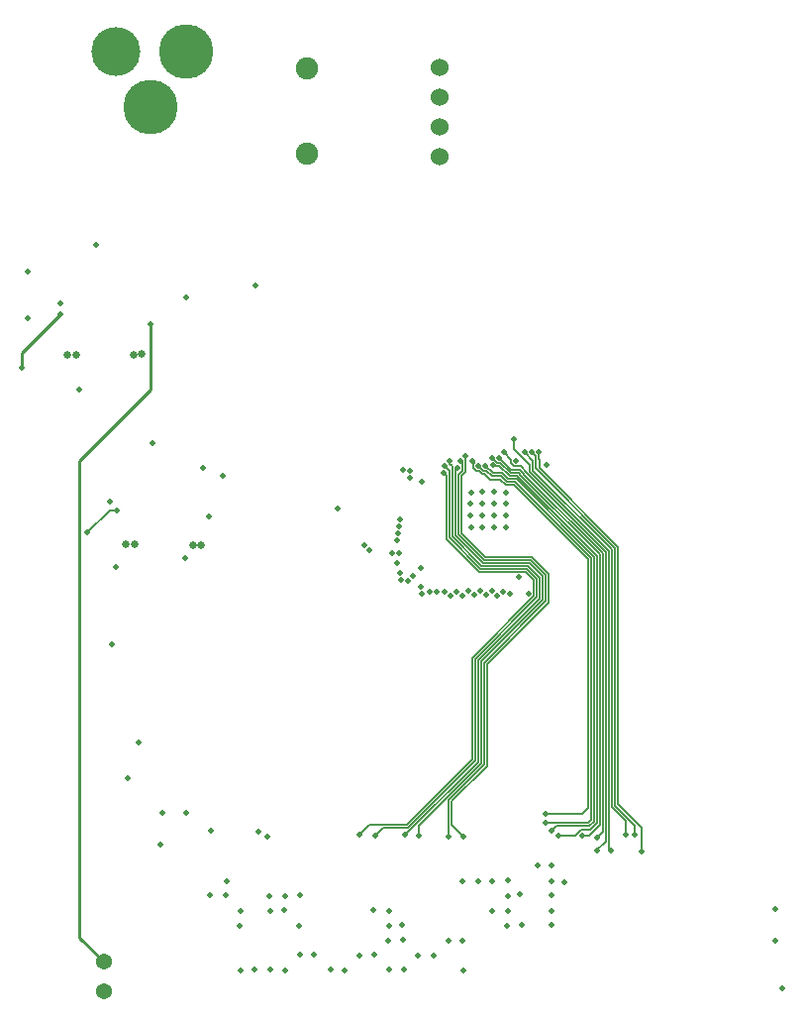
<source format=gbr>
G04 EAGLE Gerber RS-274X export*
G75*
%MOMM*%
%FSLAX34Y34*%
%LPD*%
%INCopper Layer 15*%
%IPPOS*%
%AMOC8*
5,1,8,0,0,1.08239X$1,22.5*%
G01*
%ADD10C,1.524000*%
%ADD11C,1.371600*%
%ADD12C,4.656100*%
%ADD13C,4.178300*%
%ADD14C,1.905000*%
%ADD15C,0.503200*%
%ADD16C,0.152400*%
%ADD17C,0.254000*%
%ADD18C,0.675000*%


D10*
X367400Y740500D03*
X367400Y765900D03*
X367400Y791300D03*
X367400Y816700D03*
D11*
X80000Y27300D03*
X80000Y52700D03*
D12*
X150000Y830000D03*
D13*
X90000Y830000D03*
D12*
X120000Y783000D03*
D14*
X253500Y815500D03*
X253900Y743200D03*
D15*
X121300Y495900D03*
X164900Y474900D03*
X181200Y467700D03*
X149100Y397800D03*
X73600Y664800D03*
X209950Y630050D03*
X149950Y619950D03*
X128300Y152800D03*
X171300Y165100D03*
X211900Y164100D03*
X458100Y477500D03*
X432500Y480300D03*
X351600Y462500D03*
X443200Y367300D03*
X393700Y453800D03*
X403800Y453900D03*
X413800Y453900D03*
X424000Y453700D03*
X393600Y443700D03*
X403600Y443700D03*
X413600Y443800D03*
X423600Y443700D03*
X393500Y433800D03*
X403600Y433700D03*
X413800Y433700D03*
X423600Y433600D03*
X393700Y423700D03*
X403700Y423700D03*
X413600Y423600D03*
X423600Y423600D03*
X15000Y642600D03*
X110000Y240000D03*
X100000Y210000D03*
X660000Y30000D03*
X434693Y381606D03*
X387100Y45300D03*
X406613Y365887D03*
X336400Y46000D03*
X401863Y369690D03*
X323700Y45800D03*
X352200Y366818D03*
X285500Y45600D03*
X350734Y372866D03*
X273500Y45900D03*
X330264Y412436D03*
X234600Y45600D03*
X331312Y418484D03*
X222150Y45850D03*
X416290Y365564D03*
X361900Y57900D03*
X411613Y369440D03*
X348800Y58400D03*
X364848Y368406D03*
X310900Y58700D03*
X358800Y368500D03*
X298200Y58100D03*
X332372Y401728D03*
X259900Y59200D03*
X326324Y401753D03*
X247400Y58600D03*
X332360Y424532D03*
X209000Y46600D03*
X333408Y430580D03*
X196550Y45250D03*
X473600Y120400D03*
X463000Y121900D03*
X435900Y110600D03*
X425200Y109200D03*
X399700Y121700D03*
X386400Y121800D03*
X350650Y389350D03*
X247600Y109400D03*
X344399Y382268D03*
X235050Y109250D03*
X341400Y472182D03*
X185000Y121800D03*
X386209Y365564D03*
X334600Y84300D03*
X381249Y369158D03*
X323600Y83800D03*
X462800Y134900D03*
X451200Y135100D03*
X425300Y122200D03*
X412150Y121650D03*
X462600Y96300D03*
X462900Y109300D03*
X425300Y95800D03*
X412100Y96200D03*
X462900Y84100D03*
X437650Y84150D03*
X424700Y83300D03*
X446052Y488268D03*
D16*
X447806Y486514D01*
X447806Y486489D01*
X449500Y484795D01*
X449500Y474600D01*
X449618Y474482D01*
X449618Y473390D01*
X533900Y169108D02*
X533900Y161100D01*
D15*
X533900Y161100D03*
D16*
X516860Y406148D02*
X449618Y473390D01*
X516860Y406148D02*
X516860Y186148D01*
X533900Y169108D01*
D15*
X439800Y488100D03*
D16*
X446960Y480940D01*
D15*
X526600Y161000D03*
D16*
X446960Y472240D02*
X446960Y480940D01*
X446960Y472240D02*
X514320Y404880D01*
X514320Y185096D01*
X526600Y172816D01*
X526600Y161000D01*
D15*
X417999Y483399D03*
D16*
X428099Y473300D01*
X435208Y473300D01*
X439340Y469168D02*
X439340Y469084D01*
X506700Y163700D02*
X501600Y158600D01*
X501400Y158800D01*
D15*
X501400Y158800D03*
D16*
X439340Y469168D02*
X435208Y473300D01*
X439340Y469084D02*
X506700Y401724D01*
X506700Y163700D01*
D15*
X411951Y483375D03*
D16*
X415326Y480000D01*
X415326Y480000D01*
X416221Y479105D01*
X418701Y479105D01*
X427807Y470000D02*
X434916Y470000D01*
X436800Y468116D01*
X436800Y468032D01*
D15*
X488900Y160500D03*
D16*
X427807Y470000D02*
X418701Y479105D01*
X436800Y468032D02*
X504160Y400672D01*
X504160Y169960D01*
X494700Y160500D01*
X488900Y160500D01*
D15*
X412327Y476927D03*
D16*
X414807Y476927D01*
X415169Y476565D01*
X417649Y476565D02*
X426755Y467460D01*
X417649Y476565D02*
X415169Y476565D01*
X433864Y467460D02*
X434260Y467064D01*
X434260Y466979D01*
X487700Y165900D02*
X482700Y160900D01*
X468400Y160900D01*
D15*
X468400Y160900D03*
D16*
X433864Y467460D02*
X426755Y467460D01*
X434260Y466979D02*
X501620Y399619D01*
X501620Y171620D01*
X495900Y165900D01*
X487700Y165900D01*
D15*
X406200Y476700D03*
D16*
X412900Y470000D01*
X420622Y470000D01*
X425702Y464920D01*
X499080Y398567D02*
X499080Y172672D01*
X466800Y168800D02*
X463100Y165100D01*
D15*
X463100Y165100D03*
D16*
X432727Y464920D02*
X425702Y464920D01*
X432727Y464920D02*
X499080Y398567D01*
X499080Y172672D02*
X495208Y168800D01*
X466800Y168800D01*
D15*
X400152Y476675D03*
D16*
X401906Y476675D01*
X401906Y474921D01*
X404421Y472406D01*
X406902Y472406D01*
X411848Y467460D01*
X419570Y467460D01*
X424650Y462380D01*
X431675Y462380D01*
X496540Y173724D02*
X494156Y171340D01*
X458160Y171340D01*
X457800Y171700D01*
D15*
X457800Y171700D03*
D16*
X496540Y397515D02*
X431675Y462380D01*
X496540Y397515D02*
X496540Y173724D01*
D15*
X394806Y480500D03*
D16*
X396355Y478951D01*
X395858Y478454D01*
X395858Y474897D01*
X398373Y472381D01*
X400854Y472381D01*
X403369Y469866D01*
X405440Y469866D01*
X410506Y464800D01*
X418638Y464800D01*
X423598Y459840D02*
X430623Y459840D01*
X423598Y459840D02*
X418638Y464800D01*
X430623Y459840D02*
X494000Y396463D01*
X489100Y179100D02*
X457500Y179100D01*
X457500Y179200D01*
D15*
X457500Y179200D03*
D16*
X494000Y184000D02*
X494000Y396463D01*
X494000Y184000D02*
X489100Y179100D01*
D15*
X389300Y484900D03*
D16*
X385706Y419094D02*
X406100Y398700D01*
X389300Y471300D02*
X389300Y484900D01*
X389300Y471300D02*
X385706Y467706D01*
X385706Y419094D01*
X406100Y398700D02*
X445871Y398700D01*
X460360Y384211D01*
X407400Y220100D02*
X377150Y189850D01*
X377150Y170150D01*
X387550Y159750D01*
D15*
X387550Y159750D03*
D16*
X460360Y359760D02*
X460360Y384211D01*
X460360Y359760D02*
X407400Y306800D01*
X407400Y220100D01*
D15*
X384912Y480735D03*
D16*
X386612Y479035D01*
X386612Y472235D01*
X382866Y468489D01*
X382866Y418242D01*
X404948Y396160D01*
X444819Y396160D02*
X457820Y383159D01*
X444819Y396160D02*
X404948Y396160D01*
X374500Y191000D02*
X374500Y159800D01*
D15*
X374500Y159800D03*
D16*
X457820Y361220D02*
X457820Y383159D01*
X457820Y361220D02*
X404700Y308100D01*
X404700Y221200D01*
X374500Y191000D01*
D15*
X452100Y488268D03*
D16*
X452100Y482068D02*
X452158Y482010D01*
X452100Y482068D02*
X452100Y488268D01*
X452158Y482010D02*
X452158Y474442D01*
X519400Y407200D02*
X519400Y187200D01*
X539400Y167200D02*
X539400Y147200D01*
X539400Y167200D02*
X519400Y187200D01*
X519400Y407200D02*
X452158Y474442D01*
D15*
X539400Y147200D03*
X430200Y498900D03*
D16*
X430200Y491000D01*
X511780Y149120D02*
X513300Y147600D01*
X513800Y147600D01*
D15*
X513800Y147600D03*
D16*
X444420Y476780D02*
X430200Y491000D01*
X444420Y476780D02*
X444420Y471188D01*
X511780Y403828D01*
X511780Y149120D01*
D15*
X421684Y488268D03*
D16*
X428206Y481746D01*
X428206Y478521D01*
X430721Y476006D01*
X436094Y476006D02*
X441880Y470220D01*
X441880Y470136D01*
X509240Y155640D02*
X501200Y147600D01*
X501250Y147550D01*
D15*
X501250Y147550D03*
D16*
X436094Y476006D02*
X430721Y476006D01*
X441880Y470136D02*
X509240Y402776D01*
X509240Y155640D01*
D15*
X382297Y474497D03*
D16*
X380326Y417190D02*
X403996Y393520D01*
X443767Y393520D02*
X455180Y382107D01*
X380326Y472526D02*
X382297Y474497D01*
X380326Y472526D02*
X380326Y417190D01*
X403996Y393520D02*
X443767Y393520D01*
D15*
X349000Y160100D03*
D16*
X455180Y362172D02*
X455180Y382107D01*
X455180Y362172D02*
X402160Y309152D01*
X402160Y222360D01*
X349000Y169200D01*
X349000Y160100D01*
D15*
X375706Y480900D03*
D16*
X375706Y478394D01*
X377786Y476314D01*
X377786Y416138D02*
X402944Y390980D01*
X442615Y390980D02*
X452640Y380955D01*
X377786Y416138D02*
X377786Y476314D01*
X402944Y390980D02*
X442615Y390980D01*
X399620Y223520D02*
X337500Y161400D01*
X337450Y161450D01*
D15*
X337450Y161450D03*
D16*
X452640Y363224D02*
X452640Y380955D01*
X452640Y363224D02*
X399620Y310204D01*
X399620Y223520D01*
D15*
X371412Y476000D03*
D16*
X375246Y414986D02*
X401792Y388440D01*
X441562Y388440D02*
X450100Y379902D01*
X441562Y388440D02*
X401792Y388440D01*
X375246Y414986D02*
X375246Y472166D01*
X371412Y476000D01*
X450100Y364276D02*
X397080Y311256D01*
X397080Y224572D01*
X319000Y167400D02*
X312000Y160400D01*
X311750Y160650D01*
D15*
X311750Y160650D03*
D16*
X450100Y364276D02*
X450100Y379902D01*
X397080Y224572D02*
X339908Y167400D01*
X319000Y167400D01*
D15*
X370783Y469952D03*
D16*
X372706Y413833D02*
X400639Y385900D01*
X372706Y468029D02*
X370783Y469952D01*
X372706Y468029D02*
X372706Y413833D01*
X400639Y385900D02*
X440410Y385900D01*
X447560Y378750D01*
X307100Y170200D02*
X298400Y161500D01*
D15*
X298400Y161500D03*
D16*
X447560Y365429D02*
X447560Y378750D01*
X447560Y365429D02*
X394540Y312409D01*
X394540Y225624D01*
X339116Y170200D01*
X307100Y170200D01*
D15*
X220000Y160000D03*
X332806Y384748D03*
X221800Y109200D03*
X330266Y393300D03*
X221900Y96500D03*
X341734Y466134D03*
X184000Y109500D03*
X335352Y473200D03*
X171000Y109500D03*
X376290Y365564D03*
X323600Y96300D03*
X370896Y368723D03*
X310700Y96600D03*
X340075Y378039D03*
X246900Y83400D03*
X334027Y378700D03*
X234400Y96700D03*
X307000Y404200D03*
X196700Y96200D03*
X302706Y408459D03*
X195900Y83400D03*
X427297Y367351D03*
X386500Y70800D03*
X421249Y369158D03*
X374800Y70800D03*
X396822Y366178D03*
X336100Y71400D03*
X391546Y369454D03*
X323100Y71100D03*
X654100Y71000D03*
X653650Y97650D03*
X169600Y433000D03*
X86800Y323600D03*
X42600Y605800D03*
D17*
X10000Y573200D01*
X10000Y560000D01*
D15*
X10000Y560000D03*
D18*
X48800Y571500D03*
X112300Y571600D03*
X105100Y571300D03*
X56200Y571400D03*
D15*
X280000Y440000D03*
D18*
X106500Y409000D03*
X155800Y408900D03*
X162900Y408900D03*
X98992Y408992D03*
D15*
X90600Y438500D03*
D16*
X84900Y438500D01*
X66000Y419600D01*
D15*
X66000Y419600D03*
X150000Y180000D03*
X130000Y180000D03*
X90000Y390000D03*
X84900Y446000D03*
X119700Y597700D03*
D17*
X119700Y541091D01*
X59099Y480490D01*
X59099Y73602D02*
X80000Y52700D01*
X59099Y73602D02*
X59099Y480490D01*
D15*
X42700Y615500D03*
X15100Y602500D03*
X59100Y541200D03*
M02*

</source>
